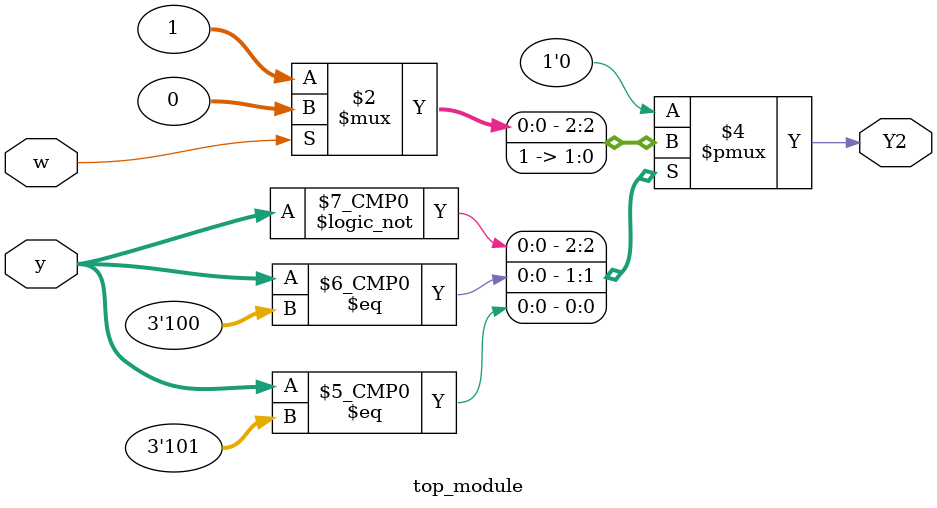
<source format=sv>
module top_module(
    input [3:1] y,
    input w,
    output reg Y2);

    always @(*) begin
        case (y)
            // Next state logic for Y2
            3'b000: Y2 = (w) ? 0 : 1;
            3'b001: Y2 = 0;
            3'b010: Y2 = 0;
            3'b011: Y2 = 0;
            3'b100: Y2 = 1;
            3'b101: Y2 = 1;
            default: Y2 = 0;
        endcase
    end

endmodule

</source>
